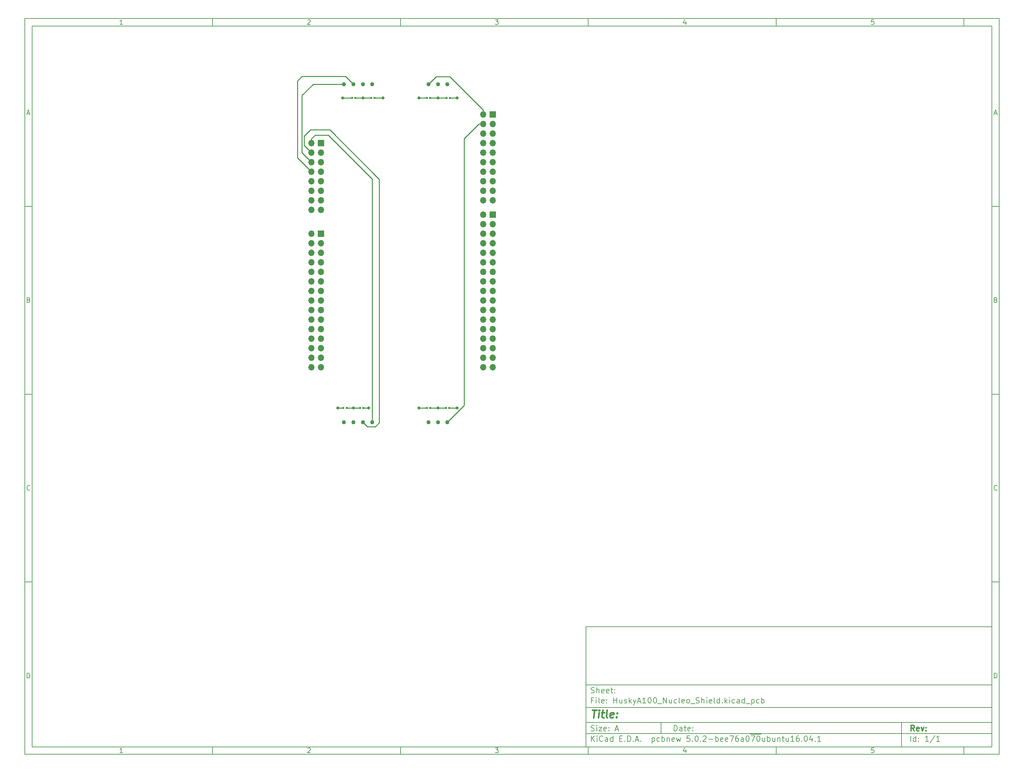
<source format=gbr>
G04 #@! TF.GenerationSoftware,KiCad,Pcbnew,5.0.2-bee76a0~70~ubuntu16.04.1*
G04 #@! TF.CreationDate,2019-01-25T11:05:23-05:00*
G04 #@! TF.ProjectId,HuskyA100_Nucleo_Shield,4875736b-7941-4313-9030-5f4e75636c65,rev?*
G04 #@! TF.SameCoordinates,Original*
G04 #@! TF.FileFunction,Copper,L1,Top*
G04 #@! TF.FilePolarity,Positive*
%FSLAX46Y46*%
G04 Gerber Fmt 4.6, Leading zero omitted, Abs format (unit mm)*
G04 Created by KiCad (PCBNEW 5.0.2-bee76a0~70~ubuntu16.04.1) date Fri 25 Jan 2019 11:05:23 AM EST*
%MOMM*%
%LPD*%
G01*
G04 APERTURE LIST*
%ADD10C,0.100000*%
%ADD11C,0.150000*%
%ADD12C,0.300000*%
%ADD13C,0.400000*%
G04 #@! TA.AperFunction,ComponentPad*
%ADD14R,1.700000X1.700000*%
G04 #@! TD*
G04 #@! TA.AperFunction,ComponentPad*
%ADD15O,1.700000X1.700000*%
G04 #@! TD*
G04 #@! TA.AperFunction,ComponentPad*
%ADD16C,1.100000*%
G04 #@! TD*
G04 #@! TA.AperFunction,SMDPad,CuDef*
%ADD17R,0.558800X0.558800*%
G04 #@! TD*
G04 #@! TA.AperFunction,ViaPad*
%ADD18C,0.800000*%
G04 #@! TD*
G04 #@! TA.AperFunction,Conductor*
%ADD19C,0.250000*%
G04 #@! TD*
G04 APERTURE END LIST*
D10*
D11*
X159400000Y-171900000D02*
X159400000Y-203900000D01*
X267400000Y-203900000D01*
X267400000Y-171900000D01*
X159400000Y-171900000D01*
D10*
D11*
X10000000Y-10000000D02*
X10000000Y-205900000D01*
X269400000Y-205900000D01*
X269400000Y-10000000D01*
X10000000Y-10000000D01*
D10*
D11*
X12000000Y-12000000D02*
X12000000Y-203900000D01*
X267400000Y-203900000D01*
X267400000Y-12000000D01*
X12000000Y-12000000D01*
D10*
D11*
X60000000Y-12000000D02*
X60000000Y-10000000D01*
D10*
D11*
X110000000Y-12000000D02*
X110000000Y-10000000D01*
D10*
D11*
X160000000Y-12000000D02*
X160000000Y-10000000D01*
D10*
D11*
X210000000Y-12000000D02*
X210000000Y-10000000D01*
D10*
D11*
X260000000Y-12000000D02*
X260000000Y-10000000D01*
D10*
D11*
X36065476Y-11588095D02*
X35322619Y-11588095D01*
X35694047Y-11588095D02*
X35694047Y-10288095D01*
X35570238Y-10473809D01*
X35446428Y-10597619D01*
X35322619Y-10659523D01*
D10*
D11*
X85322619Y-10411904D02*
X85384523Y-10350000D01*
X85508333Y-10288095D01*
X85817857Y-10288095D01*
X85941666Y-10350000D01*
X86003571Y-10411904D01*
X86065476Y-10535714D01*
X86065476Y-10659523D01*
X86003571Y-10845238D01*
X85260714Y-11588095D01*
X86065476Y-11588095D01*
D10*
D11*
X135260714Y-10288095D02*
X136065476Y-10288095D01*
X135632142Y-10783333D01*
X135817857Y-10783333D01*
X135941666Y-10845238D01*
X136003571Y-10907142D01*
X136065476Y-11030952D01*
X136065476Y-11340476D01*
X136003571Y-11464285D01*
X135941666Y-11526190D01*
X135817857Y-11588095D01*
X135446428Y-11588095D01*
X135322619Y-11526190D01*
X135260714Y-11464285D01*
D10*
D11*
X185941666Y-10721428D02*
X185941666Y-11588095D01*
X185632142Y-10226190D02*
X185322619Y-11154761D01*
X186127380Y-11154761D01*
D10*
D11*
X236003571Y-10288095D02*
X235384523Y-10288095D01*
X235322619Y-10907142D01*
X235384523Y-10845238D01*
X235508333Y-10783333D01*
X235817857Y-10783333D01*
X235941666Y-10845238D01*
X236003571Y-10907142D01*
X236065476Y-11030952D01*
X236065476Y-11340476D01*
X236003571Y-11464285D01*
X235941666Y-11526190D01*
X235817857Y-11588095D01*
X235508333Y-11588095D01*
X235384523Y-11526190D01*
X235322619Y-11464285D01*
D10*
D11*
X60000000Y-203900000D02*
X60000000Y-205900000D01*
D10*
D11*
X110000000Y-203900000D02*
X110000000Y-205900000D01*
D10*
D11*
X160000000Y-203900000D02*
X160000000Y-205900000D01*
D10*
D11*
X210000000Y-203900000D02*
X210000000Y-205900000D01*
D10*
D11*
X260000000Y-203900000D02*
X260000000Y-205900000D01*
D10*
D11*
X36065476Y-205488095D02*
X35322619Y-205488095D01*
X35694047Y-205488095D02*
X35694047Y-204188095D01*
X35570238Y-204373809D01*
X35446428Y-204497619D01*
X35322619Y-204559523D01*
D10*
D11*
X85322619Y-204311904D02*
X85384523Y-204250000D01*
X85508333Y-204188095D01*
X85817857Y-204188095D01*
X85941666Y-204250000D01*
X86003571Y-204311904D01*
X86065476Y-204435714D01*
X86065476Y-204559523D01*
X86003571Y-204745238D01*
X85260714Y-205488095D01*
X86065476Y-205488095D01*
D10*
D11*
X135260714Y-204188095D02*
X136065476Y-204188095D01*
X135632142Y-204683333D01*
X135817857Y-204683333D01*
X135941666Y-204745238D01*
X136003571Y-204807142D01*
X136065476Y-204930952D01*
X136065476Y-205240476D01*
X136003571Y-205364285D01*
X135941666Y-205426190D01*
X135817857Y-205488095D01*
X135446428Y-205488095D01*
X135322619Y-205426190D01*
X135260714Y-205364285D01*
D10*
D11*
X185941666Y-204621428D02*
X185941666Y-205488095D01*
X185632142Y-204126190D02*
X185322619Y-205054761D01*
X186127380Y-205054761D01*
D10*
D11*
X236003571Y-204188095D02*
X235384523Y-204188095D01*
X235322619Y-204807142D01*
X235384523Y-204745238D01*
X235508333Y-204683333D01*
X235817857Y-204683333D01*
X235941666Y-204745238D01*
X236003571Y-204807142D01*
X236065476Y-204930952D01*
X236065476Y-205240476D01*
X236003571Y-205364285D01*
X235941666Y-205426190D01*
X235817857Y-205488095D01*
X235508333Y-205488095D01*
X235384523Y-205426190D01*
X235322619Y-205364285D01*
D10*
D11*
X10000000Y-60000000D02*
X12000000Y-60000000D01*
D10*
D11*
X10000000Y-110000000D02*
X12000000Y-110000000D01*
D10*
D11*
X10000000Y-160000000D02*
X12000000Y-160000000D01*
D10*
D11*
X10690476Y-35216666D02*
X11309523Y-35216666D01*
X10566666Y-35588095D02*
X11000000Y-34288095D01*
X11433333Y-35588095D01*
D10*
D11*
X11092857Y-84907142D02*
X11278571Y-84969047D01*
X11340476Y-85030952D01*
X11402380Y-85154761D01*
X11402380Y-85340476D01*
X11340476Y-85464285D01*
X11278571Y-85526190D01*
X11154761Y-85588095D01*
X10659523Y-85588095D01*
X10659523Y-84288095D01*
X11092857Y-84288095D01*
X11216666Y-84350000D01*
X11278571Y-84411904D01*
X11340476Y-84535714D01*
X11340476Y-84659523D01*
X11278571Y-84783333D01*
X11216666Y-84845238D01*
X11092857Y-84907142D01*
X10659523Y-84907142D01*
D10*
D11*
X11402380Y-135464285D02*
X11340476Y-135526190D01*
X11154761Y-135588095D01*
X11030952Y-135588095D01*
X10845238Y-135526190D01*
X10721428Y-135402380D01*
X10659523Y-135278571D01*
X10597619Y-135030952D01*
X10597619Y-134845238D01*
X10659523Y-134597619D01*
X10721428Y-134473809D01*
X10845238Y-134350000D01*
X11030952Y-134288095D01*
X11154761Y-134288095D01*
X11340476Y-134350000D01*
X11402380Y-134411904D01*
D10*
D11*
X10659523Y-185588095D02*
X10659523Y-184288095D01*
X10969047Y-184288095D01*
X11154761Y-184350000D01*
X11278571Y-184473809D01*
X11340476Y-184597619D01*
X11402380Y-184845238D01*
X11402380Y-185030952D01*
X11340476Y-185278571D01*
X11278571Y-185402380D01*
X11154761Y-185526190D01*
X10969047Y-185588095D01*
X10659523Y-185588095D01*
D10*
D11*
X269400000Y-60000000D02*
X267400000Y-60000000D01*
D10*
D11*
X269400000Y-110000000D02*
X267400000Y-110000000D01*
D10*
D11*
X269400000Y-160000000D02*
X267400000Y-160000000D01*
D10*
D11*
X268090476Y-35216666D02*
X268709523Y-35216666D01*
X267966666Y-35588095D02*
X268400000Y-34288095D01*
X268833333Y-35588095D01*
D10*
D11*
X268492857Y-84907142D02*
X268678571Y-84969047D01*
X268740476Y-85030952D01*
X268802380Y-85154761D01*
X268802380Y-85340476D01*
X268740476Y-85464285D01*
X268678571Y-85526190D01*
X268554761Y-85588095D01*
X268059523Y-85588095D01*
X268059523Y-84288095D01*
X268492857Y-84288095D01*
X268616666Y-84350000D01*
X268678571Y-84411904D01*
X268740476Y-84535714D01*
X268740476Y-84659523D01*
X268678571Y-84783333D01*
X268616666Y-84845238D01*
X268492857Y-84907142D01*
X268059523Y-84907142D01*
D10*
D11*
X268802380Y-135464285D02*
X268740476Y-135526190D01*
X268554761Y-135588095D01*
X268430952Y-135588095D01*
X268245238Y-135526190D01*
X268121428Y-135402380D01*
X268059523Y-135278571D01*
X267997619Y-135030952D01*
X267997619Y-134845238D01*
X268059523Y-134597619D01*
X268121428Y-134473809D01*
X268245238Y-134350000D01*
X268430952Y-134288095D01*
X268554761Y-134288095D01*
X268740476Y-134350000D01*
X268802380Y-134411904D01*
D10*
D11*
X268059523Y-185588095D02*
X268059523Y-184288095D01*
X268369047Y-184288095D01*
X268554761Y-184350000D01*
X268678571Y-184473809D01*
X268740476Y-184597619D01*
X268802380Y-184845238D01*
X268802380Y-185030952D01*
X268740476Y-185278571D01*
X268678571Y-185402380D01*
X268554761Y-185526190D01*
X268369047Y-185588095D01*
X268059523Y-185588095D01*
D10*
D11*
X182832142Y-199678571D02*
X182832142Y-198178571D01*
X183189285Y-198178571D01*
X183403571Y-198250000D01*
X183546428Y-198392857D01*
X183617857Y-198535714D01*
X183689285Y-198821428D01*
X183689285Y-199035714D01*
X183617857Y-199321428D01*
X183546428Y-199464285D01*
X183403571Y-199607142D01*
X183189285Y-199678571D01*
X182832142Y-199678571D01*
X184975000Y-199678571D02*
X184975000Y-198892857D01*
X184903571Y-198750000D01*
X184760714Y-198678571D01*
X184475000Y-198678571D01*
X184332142Y-198750000D01*
X184975000Y-199607142D02*
X184832142Y-199678571D01*
X184475000Y-199678571D01*
X184332142Y-199607142D01*
X184260714Y-199464285D01*
X184260714Y-199321428D01*
X184332142Y-199178571D01*
X184475000Y-199107142D01*
X184832142Y-199107142D01*
X184975000Y-199035714D01*
X185475000Y-198678571D02*
X186046428Y-198678571D01*
X185689285Y-198178571D02*
X185689285Y-199464285D01*
X185760714Y-199607142D01*
X185903571Y-199678571D01*
X186046428Y-199678571D01*
X187117857Y-199607142D02*
X186975000Y-199678571D01*
X186689285Y-199678571D01*
X186546428Y-199607142D01*
X186475000Y-199464285D01*
X186475000Y-198892857D01*
X186546428Y-198750000D01*
X186689285Y-198678571D01*
X186975000Y-198678571D01*
X187117857Y-198750000D01*
X187189285Y-198892857D01*
X187189285Y-199035714D01*
X186475000Y-199178571D01*
X187832142Y-199535714D02*
X187903571Y-199607142D01*
X187832142Y-199678571D01*
X187760714Y-199607142D01*
X187832142Y-199535714D01*
X187832142Y-199678571D01*
X187832142Y-198750000D02*
X187903571Y-198821428D01*
X187832142Y-198892857D01*
X187760714Y-198821428D01*
X187832142Y-198750000D01*
X187832142Y-198892857D01*
D10*
D11*
X159400000Y-200400000D02*
X267400000Y-200400000D01*
D10*
D11*
X160832142Y-202478571D02*
X160832142Y-200978571D01*
X161689285Y-202478571D02*
X161046428Y-201621428D01*
X161689285Y-200978571D02*
X160832142Y-201835714D01*
X162332142Y-202478571D02*
X162332142Y-201478571D01*
X162332142Y-200978571D02*
X162260714Y-201050000D01*
X162332142Y-201121428D01*
X162403571Y-201050000D01*
X162332142Y-200978571D01*
X162332142Y-201121428D01*
X163903571Y-202335714D02*
X163832142Y-202407142D01*
X163617857Y-202478571D01*
X163475000Y-202478571D01*
X163260714Y-202407142D01*
X163117857Y-202264285D01*
X163046428Y-202121428D01*
X162975000Y-201835714D01*
X162975000Y-201621428D01*
X163046428Y-201335714D01*
X163117857Y-201192857D01*
X163260714Y-201050000D01*
X163475000Y-200978571D01*
X163617857Y-200978571D01*
X163832142Y-201050000D01*
X163903571Y-201121428D01*
X165189285Y-202478571D02*
X165189285Y-201692857D01*
X165117857Y-201550000D01*
X164975000Y-201478571D01*
X164689285Y-201478571D01*
X164546428Y-201550000D01*
X165189285Y-202407142D02*
X165046428Y-202478571D01*
X164689285Y-202478571D01*
X164546428Y-202407142D01*
X164475000Y-202264285D01*
X164475000Y-202121428D01*
X164546428Y-201978571D01*
X164689285Y-201907142D01*
X165046428Y-201907142D01*
X165189285Y-201835714D01*
X166546428Y-202478571D02*
X166546428Y-200978571D01*
X166546428Y-202407142D02*
X166403571Y-202478571D01*
X166117857Y-202478571D01*
X165975000Y-202407142D01*
X165903571Y-202335714D01*
X165832142Y-202192857D01*
X165832142Y-201764285D01*
X165903571Y-201621428D01*
X165975000Y-201550000D01*
X166117857Y-201478571D01*
X166403571Y-201478571D01*
X166546428Y-201550000D01*
X168403571Y-201692857D02*
X168903571Y-201692857D01*
X169117857Y-202478571D02*
X168403571Y-202478571D01*
X168403571Y-200978571D01*
X169117857Y-200978571D01*
X169760714Y-202335714D02*
X169832142Y-202407142D01*
X169760714Y-202478571D01*
X169689285Y-202407142D01*
X169760714Y-202335714D01*
X169760714Y-202478571D01*
X170475000Y-202478571D02*
X170475000Y-200978571D01*
X170832142Y-200978571D01*
X171046428Y-201050000D01*
X171189285Y-201192857D01*
X171260714Y-201335714D01*
X171332142Y-201621428D01*
X171332142Y-201835714D01*
X171260714Y-202121428D01*
X171189285Y-202264285D01*
X171046428Y-202407142D01*
X170832142Y-202478571D01*
X170475000Y-202478571D01*
X171975000Y-202335714D02*
X172046428Y-202407142D01*
X171975000Y-202478571D01*
X171903571Y-202407142D01*
X171975000Y-202335714D01*
X171975000Y-202478571D01*
X172617857Y-202050000D02*
X173332142Y-202050000D01*
X172475000Y-202478571D02*
X172975000Y-200978571D01*
X173475000Y-202478571D01*
X173975000Y-202335714D02*
X174046428Y-202407142D01*
X173975000Y-202478571D01*
X173903571Y-202407142D01*
X173975000Y-202335714D01*
X173975000Y-202478571D01*
X176975000Y-201478571D02*
X176975000Y-202978571D01*
X176975000Y-201550000D02*
X177117857Y-201478571D01*
X177403571Y-201478571D01*
X177546428Y-201550000D01*
X177617857Y-201621428D01*
X177689285Y-201764285D01*
X177689285Y-202192857D01*
X177617857Y-202335714D01*
X177546428Y-202407142D01*
X177403571Y-202478571D01*
X177117857Y-202478571D01*
X176975000Y-202407142D01*
X178975000Y-202407142D02*
X178832142Y-202478571D01*
X178546428Y-202478571D01*
X178403571Y-202407142D01*
X178332142Y-202335714D01*
X178260714Y-202192857D01*
X178260714Y-201764285D01*
X178332142Y-201621428D01*
X178403571Y-201550000D01*
X178546428Y-201478571D01*
X178832142Y-201478571D01*
X178975000Y-201550000D01*
X179617857Y-202478571D02*
X179617857Y-200978571D01*
X179617857Y-201550000D02*
X179760714Y-201478571D01*
X180046428Y-201478571D01*
X180189285Y-201550000D01*
X180260714Y-201621428D01*
X180332142Y-201764285D01*
X180332142Y-202192857D01*
X180260714Y-202335714D01*
X180189285Y-202407142D01*
X180046428Y-202478571D01*
X179760714Y-202478571D01*
X179617857Y-202407142D01*
X180975000Y-201478571D02*
X180975000Y-202478571D01*
X180975000Y-201621428D02*
X181046428Y-201550000D01*
X181189285Y-201478571D01*
X181403571Y-201478571D01*
X181546428Y-201550000D01*
X181617857Y-201692857D01*
X181617857Y-202478571D01*
X182903571Y-202407142D02*
X182760714Y-202478571D01*
X182475000Y-202478571D01*
X182332142Y-202407142D01*
X182260714Y-202264285D01*
X182260714Y-201692857D01*
X182332142Y-201550000D01*
X182475000Y-201478571D01*
X182760714Y-201478571D01*
X182903571Y-201550000D01*
X182975000Y-201692857D01*
X182975000Y-201835714D01*
X182260714Y-201978571D01*
X183475000Y-201478571D02*
X183760714Y-202478571D01*
X184046428Y-201764285D01*
X184332142Y-202478571D01*
X184617857Y-201478571D01*
X187046428Y-200978571D02*
X186332142Y-200978571D01*
X186260714Y-201692857D01*
X186332142Y-201621428D01*
X186475000Y-201550000D01*
X186832142Y-201550000D01*
X186975000Y-201621428D01*
X187046428Y-201692857D01*
X187117857Y-201835714D01*
X187117857Y-202192857D01*
X187046428Y-202335714D01*
X186975000Y-202407142D01*
X186832142Y-202478571D01*
X186475000Y-202478571D01*
X186332142Y-202407142D01*
X186260714Y-202335714D01*
X187760714Y-202335714D02*
X187832142Y-202407142D01*
X187760714Y-202478571D01*
X187689285Y-202407142D01*
X187760714Y-202335714D01*
X187760714Y-202478571D01*
X188760714Y-200978571D02*
X188903571Y-200978571D01*
X189046428Y-201050000D01*
X189117857Y-201121428D01*
X189189285Y-201264285D01*
X189260714Y-201550000D01*
X189260714Y-201907142D01*
X189189285Y-202192857D01*
X189117857Y-202335714D01*
X189046428Y-202407142D01*
X188903571Y-202478571D01*
X188760714Y-202478571D01*
X188617857Y-202407142D01*
X188546428Y-202335714D01*
X188475000Y-202192857D01*
X188403571Y-201907142D01*
X188403571Y-201550000D01*
X188475000Y-201264285D01*
X188546428Y-201121428D01*
X188617857Y-201050000D01*
X188760714Y-200978571D01*
X189903571Y-202335714D02*
X189975000Y-202407142D01*
X189903571Y-202478571D01*
X189832142Y-202407142D01*
X189903571Y-202335714D01*
X189903571Y-202478571D01*
X190546428Y-201121428D02*
X190617857Y-201050000D01*
X190760714Y-200978571D01*
X191117857Y-200978571D01*
X191260714Y-201050000D01*
X191332142Y-201121428D01*
X191403571Y-201264285D01*
X191403571Y-201407142D01*
X191332142Y-201621428D01*
X190475000Y-202478571D01*
X191403571Y-202478571D01*
X192046428Y-201907142D02*
X193189285Y-201907142D01*
X193903571Y-202478571D02*
X193903571Y-200978571D01*
X193903571Y-201550000D02*
X194046428Y-201478571D01*
X194332142Y-201478571D01*
X194475000Y-201550000D01*
X194546428Y-201621428D01*
X194617857Y-201764285D01*
X194617857Y-202192857D01*
X194546428Y-202335714D01*
X194475000Y-202407142D01*
X194332142Y-202478571D01*
X194046428Y-202478571D01*
X193903571Y-202407142D01*
X195832142Y-202407142D02*
X195689285Y-202478571D01*
X195403571Y-202478571D01*
X195260714Y-202407142D01*
X195189285Y-202264285D01*
X195189285Y-201692857D01*
X195260714Y-201550000D01*
X195403571Y-201478571D01*
X195689285Y-201478571D01*
X195832142Y-201550000D01*
X195903571Y-201692857D01*
X195903571Y-201835714D01*
X195189285Y-201978571D01*
X197117857Y-202407142D02*
X196975000Y-202478571D01*
X196689285Y-202478571D01*
X196546428Y-202407142D01*
X196475000Y-202264285D01*
X196475000Y-201692857D01*
X196546428Y-201550000D01*
X196689285Y-201478571D01*
X196975000Y-201478571D01*
X197117857Y-201550000D01*
X197189285Y-201692857D01*
X197189285Y-201835714D01*
X196475000Y-201978571D01*
X197689285Y-200978571D02*
X198689285Y-200978571D01*
X198046428Y-202478571D01*
X199903571Y-200978571D02*
X199617857Y-200978571D01*
X199475000Y-201050000D01*
X199403571Y-201121428D01*
X199260714Y-201335714D01*
X199189285Y-201621428D01*
X199189285Y-202192857D01*
X199260714Y-202335714D01*
X199332142Y-202407142D01*
X199475000Y-202478571D01*
X199760714Y-202478571D01*
X199903571Y-202407142D01*
X199975000Y-202335714D01*
X200046428Y-202192857D01*
X200046428Y-201835714D01*
X199975000Y-201692857D01*
X199903571Y-201621428D01*
X199760714Y-201550000D01*
X199475000Y-201550000D01*
X199332142Y-201621428D01*
X199260714Y-201692857D01*
X199189285Y-201835714D01*
X201332142Y-202478571D02*
X201332142Y-201692857D01*
X201260714Y-201550000D01*
X201117857Y-201478571D01*
X200832142Y-201478571D01*
X200689285Y-201550000D01*
X201332142Y-202407142D02*
X201189285Y-202478571D01*
X200832142Y-202478571D01*
X200689285Y-202407142D01*
X200617857Y-202264285D01*
X200617857Y-202121428D01*
X200689285Y-201978571D01*
X200832142Y-201907142D01*
X201189285Y-201907142D01*
X201332142Y-201835714D01*
X202332142Y-200978571D02*
X202475000Y-200978571D01*
X202617857Y-201050000D01*
X202689285Y-201121428D01*
X202760714Y-201264285D01*
X202832142Y-201550000D01*
X202832142Y-201907142D01*
X202760714Y-202192857D01*
X202689285Y-202335714D01*
X202617857Y-202407142D01*
X202475000Y-202478571D01*
X202332142Y-202478571D01*
X202189285Y-202407142D01*
X202117857Y-202335714D01*
X202046428Y-202192857D01*
X201975000Y-201907142D01*
X201975000Y-201550000D01*
X202046428Y-201264285D01*
X202117857Y-201121428D01*
X202189285Y-201050000D01*
X202332142Y-200978571D01*
X203117857Y-200570000D02*
X204546428Y-200570000D01*
X203332142Y-200978571D02*
X204332142Y-200978571D01*
X203689285Y-202478571D01*
X204546428Y-200570000D02*
X205975000Y-200570000D01*
X205189285Y-200978571D02*
X205332142Y-200978571D01*
X205475000Y-201050000D01*
X205546428Y-201121428D01*
X205617857Y-201264285D01*
X205689285Y-201550000D01*
X205689285Y-201907142D01*
X205617857Y-202192857D01*
X205546428Y-202335714D01*
X205475000Y-202407142D01*
X205332142Y-202478571D01*
X205189285Y-202478571D01*
X205046428Y-202407142D01*
X204975000Y-202335714D01*
X204903571Y-202192857D01*
X204832142Y-201907142D01*
X204832142Y-201550000D01*
X204903571Y-201264285D01*
X204975000Y-201121428D01*
X205046428Y-201050000D01*
X205189285Y-200978571D01*
X206975000Y-201478571D02*
X206975000Y-202478571D01*
X206332142Y-201478571D02*
X206332142Y-202264285D01*
X206403571Y-202407142D01*
X206546428Y-202478571D01*
X206760714Y-202478571D01*
X206903571Y-202407142D01*
X206975000Y-202335714D01*
X207689285Y-202478571D02*
X207689285Y-200978571D01*
X207689285Y-201550000D02*
X207832142Y-201478571D01*
X208117857Y-201478571D01*
X208260714Y-201550000D01*
X208332142Y-201621428D01*
X208403571Y-201764285D01*
X208403571Y-202192857D01*
X208332142Y-202335714D01*
X208260714Y-202407142D01*
X208117857Y-202478571D01*
X207832142Y-202478571D01*
X207689285Y-202407142D01*
X209689285Y-201478571D02*
X209689285Y-202478571D01*
X209046428Y-201478571D02*
X209046428Y-202264285D01*
X209117857Y-202407142D01*
X209260714Y-202478571D01*
X209475000Y-202478571D01*
X209617857Y-202407142D01*
X209689285Y-202335714D01*
X210403571Y-201478571D02*
X210403571Y-202478571D01*
X210403571Y-201621428D02*
X210475000Y-201550000D01*
X210617857Y-201478571D01*
X210832142Y-201478571D01*
X210975000Y-201550000D01*
X211046428Y-201692857D01*
X211046428Y-202478571D01*
X211546428Y-201478571D02*
X212117857Y-201478571D01*
X211760714Y-200978571D02*
X211760714Y-202264285D01*
X211832142Y-202407142D01*
X211975000Y-202478571D01*
X212117857Y-202478571D01*
X213260714Y-201478571D02*
X213260714Y-202478571D01*
X212617857Y-201478571D02*
X212617857Y-202264285D01*
X212689285Y-202407142D01*
X212832142Y-202478571D01*
X213046428Y-202478571D01*
X213189285Y-202407142D01*
X213260714Y-202335714D01*
X214760714Y-202478571D02*
X213903571Y-202478571D01*
X214332142Y-202478571D02*
X214332142Y-200978571D01*
X214189285Y-201192857D01*
X214046428Y-201335714D01*
X213903571Y-201407142D01*
X216046428Y-200978571D02*
X215760714Y-200978571D01*
X215617857Y-201050000D01*
X215546428Y-201121428D01*
X215403571Y-201335714D01*
X215332142Y-201621428D01*
X215332142Y-202192857D01*
X215403571Y-202335714D01*
X215475000Y-202407142D01*
X215617857Y-202478571D01*
X215903571Y-202478571D01*
X216046428Y-202407142D01*
X216117857Y-202335714D01*
X216189285Y-202192857D01*
X216189285Y-201835714D01*
X216117857Y-201692857D01*
X216046428Y-201621428D01*
X215903571Y-201550000D01*
X215617857Y-201550000D01*
X215475000Y-201621428D01*
X215403571Y-201692857D01*
X215332142Y-201835714D01*
X216832142Y-202335714D02*
X216903571Y-202407142D01*
X216832142Y-202478571D01*
X216760714Y-202407142D01*
X216832142Y-202335714D01*
X216832142Y-202478571D01*
X217832142Y-200978571D02*
X217975000Y-200978571D01*
X218117857Y-201050000D01*
X218189285Y-201121428D01*
X218260714Y-201264285D01*
X218332142Y-201550000D01*
X218332142Y-201907142D01*
X218260714Y-202192857D01*
X218189285Y-202335714D01*
X218117857Y-202407142D01*
X217975000Y-202478571D01*
X217832142Y-202478571D01*
X217689285Y-202407142D01*
X217617857Y-202335714D01*
X217546428Y-202192857D01*
X217475000Y-201907142D01*
X217475000Y-201550000D01*
X217546428Y-201264285D01*
X217617857Y-201121428D01*
X217689285Y-201050000D01*
X217832142Y-200978571D01*
X219617857Y-201478571D02*
X219617857Y-202478571D01*
X219260714Y-200907142D02*
X218903571Y-201978571D01*
X219832142Y-201978571D01*
X220403571Y-202335714D02*
X220474999Y-202407142D01*
X220403571Y-202478571D01*
X220332142Y-202407142D01*
X220403571Y-202335714D01*
X220403571Y-202478571D01*
X221903571Y-202478571D02*
X221046428Y-202478571D01*
X221475000Y-202478571D02*
X221475000Y-200978571D01*
X221332142Y-201192857D01*
X221189285Y-201335714D01*
X221046428Y-201407142D01*
D10*
D11*
X159400000Y-197400000D02*
X267400000Y-197400000D01*
D10*
D12*
X246809285Y-199678571D02*
X246309285Y-198964285D01*
X245952142Y-199678571D02*
X245952142Y-198178571D01*
X246523571Y-198178571D01*
X246666428Y-198250000D01*
X246737857Y-198321428D01*
X246809285Y-198464285D01*
X246809285Y-198678571D01*
X246737857Y-198821428D01*
X246666428Y-198892857D01*
X246523571Y-198964285D01*
X245952142Y-198964285D01*
X248023571Y-199607142D02*
X247880714Y-199678571D01*
X247595000Y-199678571D01*
X247452142Y-199607142D01*
X247380714Y-199464285D01*
X247380714Y-198892857D01*
X247452142Y-198750000D01*
X247595000Y-198678571D01*
X247880714Y-198678571D01*
X248023571Y-198750000D01*
X248095000Y-198892857D01*
X248095000Y-199035714D01*
X247380714Y-199178571D01*
X248595000Y-198678571D02*
X248952142Y-199678571D01*
X249309285Y-198678571D01*
X249880714Y-199535714D02*
X249952142Y-199607142D01*
X249880714Y-199678571D01*
X249809285Y-199607142D01*
X249880714Y-199535714D01*
X249880714Y-199678571D01*
X249880714Y-198750000D02*
X249952142Y-198821428D01*
X249880714Y-198892857D01*
X249809285Y-198821428D01*
X249880714Y-198750000D01*
X249880714Y-198892857D01*
D10*
D11*
X160760714Y-199607142D02*
X160975000Y-199678571D01*
X161332142Y-199678571D01*
X161475000Y-199607142D01*
X161546428Y-199535714D01*
X161617857Y-199392857D01*
X161617857Y-199250000D01*
X161546428Y-199107142D01*
X161475000Y-199035714D01*
X161332142Y-198964285D01*
X161046428Y-198892857D01*
X160903571Y-198821428D01*
X160832142Y-198750000D01*
X160760714Y-198607142D01*
X160760714Y-198464285D01*
X160832142Y-198321428D01*
X160903571Y-198250000D01*
X161046428Y-198178571D01*
X161403571Y-198178571D01*
X161617857Y-198250000D01*
X162260714Y-199678571D02*
X162260714Y-198678571D01*
X162260714Y-198178571D02*
X162189285Y-198250000D01*
X162260714Y-198321428D01*
X162332142Y-198250000D01*
X162260714Y-198178571D01*
X162260714Y-198321428D01*
X162832142Y-198678571D02*
X163617857Y-198678571D01*
X162832142Y-199678571D01*
X163617857Y-199678571D01*
X164760714Y-199607142D02*
X164617857Y-199678571D01*
X164332142Y-199678571D01*
X164189285Y-199607142D01*
X164117857Y-199464285D01*
X164117857Y-198892857D01*
X164189285Y-198750000D01*
X164332142Y-198678571D01*
X164617857Y-198678571D01*
X164760714Y-198750000D01*
X164832142Y-198892857D01*
X164832142Y-199035714D01*
X164117857Y-199178571D01*
X165475000Y-199535714D02*
X165546428Y-199607142D01*
X165475000Y-199678571D01*
X165403571Y-199607142D01*
X165475000Y-199535714D01*
X165475000Y-199678571D01*
X165475000Y-198750000D02*
X165546428Y-198821428D01*
X165475000Y-198892857D01*
X165403571Y-198821428D01*
X165475000Y-198750000D01*
X165475000Y-198892857D01*
X167260714Y-199250000D02*
X167975000Y-199250000D01*
X167117857Y-199678571D02*
X167617857Y-198178571D01*
X168117857Y-199678571D01*
D10*
D11*
X245832142Y-202478571D02*
X245832142Y-200978571D01*
X247189285Y-202478571D02*
X247189285Y-200978571D01*
X247189285Y-202407142D02*
X247046428Y-202478571D01*
X246760714Y-202478571D01*
X246617857Y-202407142D01*
X246546428Y-202335714D01*
X246475000Y-202192857D01*
X246475000Y-201764285D01*
X246546428Y-201621428D01*
X246617857Y-201550000D01*
X246760714Y-201478571D01*
X247046428Y-201478571D01*
X247189285Y-201550000D01*
X247903571Y-202335714D02*
X247975000Y-202407142D01*
X247903571Y-202478571D01*
X247832142Y-202407142D01*
X247903571Y-202335714D01*
X247903571Y-202478571D01*
X247903571Y-201550000D02*
X247975000Y-201621428D01*
X247903571Y-201692857D01*
X247832142Y-201621428D01*
X247903571Y-201550000D01*
X247903571Y-201692857D01*
X250546428Y-202478571D02*
X249689285Y-202478571D01*
X250117857Y-202478571D02*
X250117857Y-200978571D01*
X249975000Y-201192857D01*
X249832142Y-201335714D01*
X249689285Y-201407142D01*
X252260714Y-200907142D02*
X250975000Y-202835714D01*
X253546428Y-202478571D02*
X252689285Y-202478571D01*
X253117857Y-202478571D02*
X253117857Y-200978571D01*
X252975000Y-201192857D01*
X252832142Y-201335714D01*
X252689285Y-201407142D01*
D10*
D11*
X159400000Y-193400000D02*
X267400000Y-193400000D01*
D10*
D13*
X161112380Y-194104761D02*
X162255238Y-194104761D01*
X161433809Y-196104761D02*
X161683809Y-194104761D01*
X162671904Y-196104761D02*
X162838571Y-194771428D01*
X162921904Y-194104761D02*
X162814761Y-194200000D01*
X162898095Y-194295238D01*
X163005238Y-194200000D01*
X162921904Y-194104761D01*
X162898095Y-194295238D01*
X163505238Y-194771428D02*
X164267142Y-194771428D01*
X163874285Y-194104761D02*
X163660000Y-195819047D01*
X163731428Y-196009523D01*
X163910000Y-196104761D01*
X164100476Y-196104761D01*
X165052857Y-196104761D02*
X164874285Y-196009523D01*
X164802857Y-195819047D01*
X165017142Y-194104761D01*
X166588571Y-196009523D02*
X166386190Y-196104761D01*
X166005238Y-196104761D01*
X165826666Y-196009523D01*
X165755238Y-195819047D01*
X165850476Y-195057142D01*
X165969523Y-194866666D01*
X166171904Y-194771428D01*
X166552857Y-194771428D01*
X166731428Y-194866666D01*
X166802857Y-195057142D01*
X166779047Y-195247619D01*
X165802857Y-195438095D01*
X167552857Y-195914285D02*
X167636190Y-196009523D01*
X167529047Y-196104761D01*
X167445714Y-196009523D01*
X167552857Y-195914285D01*
X167529047Y-196104761D01*
X167683809Y-194866666D02*
X167767142Y-194961904D01*
X167660000Y-195057142D01*
X167576666Y-194961904D01*
X167683809Y-194866666D01*
X167660000Y-195057142D01*
D10*
D11*
X161332142Y-191492857D02*
X160832142Y-191492857D01*
X160832142Y-192278571D02*
X160832142Y-190778571D01*
X161546428Y-190778571D01*
X162117857Y-192278571D02*
X162117857Y-191278571D01*
X162117857Y-190778571D02*
X162046428Y-190850000D01*
X162117857Y-190921428D01*
X162189285Y-190850000D01*
X162117857Y-190778571D01*
X162117857Y-190921428D01*
X163046428Y-192278571D02*
X162903571Y-192207142D01*
X162832142Y-192064285D01*
X162832142Y-190778571D01*
X164189285Y-192207142D02*
X164046428Y-192278571D01*
X163760714Y-192278571D01*
X163617857Y-192207142D01*
X163546428Y-192064285D01*
X163546428Y-191492857D01*
X163617857Y-191350000D01*
X163760714Y-191278571D01*
X164046428Y-191278571D01*
X164189285Y-191350000D01*
X164260714Y-191492857D01*
X164260714Y-191635714D01*
X163546428Y-191778571D01*
X164903571Y-192135714D02*
X164975000Y-192207142D01*
X164903571Y-192278571D01*
X164832142Y-192207142D01*
X164903571Y-192135714D01*
X164903571Y-192278571D01*
X164903571Y-191350000D02*
X164975000Y-191421428D01*
X164903571Y-191492857D01*
X164832142Y-191421428D01*
X164903571Y-191350000D01*
X164903571Y-191492857D01*
X166760714Y-192278571D02*
X166760714Y-190778571D01*
X166760714Y-191492857D02*
X167617857Y-191492857D01*
X167617857Y-192278571D02*
X167617857Y-190778571D01*
X168975000Y-191278571D02*
X168975000Y-192278571D01*
X168332142Y-191278571D02*
X168332142Y-192064285D01*
X168403571Y-192207142D01*
X168546428Y-192278571D01*
X168760714Y-192278571D01*
X168903571Y-192207142D01*
X168975000Y-192135714D01*
X169617857Y-192207142D02*
X169760714Y-192278571D01*
X170046428Y-192278571D01*
X170189285Y-192207142D01*
X170260714Y-192064285D01*
X170260714Y-191992857D01*
X170189285Y-191850000D01*
X170046428Y-191778571D01*
X169832142Y-191778571D01*
X169689285Y-191707142D01*
X169617857Y-191564285D01*
X169617857Y-191492857D01*
X169689285Y-191350000D01*
X169832142Y-191278571D01*
X170046428Y-191278571D01*
X170189285Y-191350000D01*
X170903571Y-192278571D02*
X170903571Y-190778571D01*
X171046428Y-191707142D02*
X171475000Y-192278571D01*
X171475000Y-191278571D02*
X170903571Y-191850000D01*
X171975000Y-191278571D02*
X172332142Y-192278571D01*
X172689285Y-191278571D02*
X172332142Y-192278571D01*
X172189285Y-192635714D01*
X172117857Y-192707142D01*
X171975000Y-192778571D01*
X173189285Y-191850000D02*
X173903571Y-191850000D01*
X173046428Y-192278571D02*
X173546428Y-190778571D01*
X174046428Y-192278571D01*
X175332142Y-192278571D02*
X174475000Y-192278571D01*
X174903571Y-192278571D02*
X174903571Y-190778571D01*
X174760714Y-190992857D01*
X174617857Y-191135714D01*
X174475000Y-191207142D01*
X176260714Y-190778571D02*
X176403571Y-190778571D01*
X176546428Y-190850000D01*
X176617857Y-190921428D01*
X176689285Y-191064285D01*
X176760714Y-191350000D01*
X176760714Y-191707142D01*
X176689285Y-191992857D01*
X176617857Y-192135714D01*
X176546428Y-192207142D01*
X176403571Y-192278571D01*
X176260714Y-192278571D01*
X176117857Y-192207142D01*
X176046428Y-192135714D01*
X175975000Y-191992857D01*
X175903571Y-191707142D01*
X175903571Y-191350000D01*
X175975000Y-191064285D01*
X176046428Y-190921428D01*
X176117857Y-190850000D01*
X176260714Y-190778571D01*
X177689285Y-190778571D02*
X177832142Y-190778571D01*
X177975000Y-190850000D01*
X178046428Y-190921428D01*
X178117857Y-191064285D01*
X178189285Y-191350000D01*
X178189285Y-191707142D01*
X178117857Y-191992857D01*
X178046428Y-192135714D01*
X177975000Y-192207142D01*
X177832142Y-192278571D01*
X177689285Y-192278571D01*
X177546428Y-192207142D01*
X177475000Y-192135714D01*
X177403571Y-191992857D01*
X177332142Y-191707142D01*
X177332142Y-191350000D01*
X177403571Y-191064285D01*
X177475000Y-190921428D01*
X177546428Y-190850000D01*
X177689285Y-190778571D01*
X178475000Y-192421428D02*
X179617857Y-192421428D01*
X179975000Y-192278571D02*
X179975000Y-190778571D01*
X180832142Y-192278571D01*
X180832142Y-190778571D01*
X182189285Y-191278571D02*
X182189285Y-192278571D01*
X181546428Y-191278571D02*
X181546428Y-192064285D01*
X181617857Y-192207142D01*
X181760714Y-192278571D01*
X181975000Y-192278571D01*
X182117857Y-192207142D01*
X182189285Y-192135714D01*
X183546428Y-192207142D02*
X183403571Y-192278571D01*
X183117857Y-192278571D01*
X182975000Y-192207142D01*
X182903571Y-192135714D01*
X182832142Y-191992857D01*
X182832142Y-191564285D01*
X182903571Y-191421428D01*
X182975000Y-191350000D01*
X183117857Y-191278571D01*
X183403571Y-191278571D01*
X183546428Y-191350000D01*
X184403571Y-192278571D02*
X184260714Y-192207142D01*
X184189285Y-192064285D01*
X184189285Y-190778571D01*
X185546428Y-192207142D02*
X185403571Y-192278571D01*
X185117857Y-192278571D01*
X184975000Y-192207142D01*
X184903571Y-192064285D01*
X184903571Y-191492857D01*
X184975000Y-191350000D01*
X185117857Y-191278571D01*
X185403571Y-191278571D01*
X185546428Y-191350000D01*
X185617857Y-191492857D01*
X185617857Y-191635714D01*
X184903571Y-191778571D01*
X186475000Y-192278571D02*
X186332142Y-192207142D01*
X186260714Y-192135714D01*
X186189285Y-191992857D01*
X186189285Y-191564285D01*
X186260714Y-191421428D01*
X186332142Y-191350000D01*
X186475000Y-191278571D01*
X186689285Y-191278571D01*
X186832142Y-191350000D01*
X186903571Y-191421428D01*
X186975000Y-191564285D01*
X186975000Y-191992857D01*
X186903571Y-192135714D01*
X186832142Y-192207142D01*
X186689285Y-192278571D01*
X186475000Y-192278571D01*
X187260714Y-192421428D02*
X188403571Y-192421428D01*
X188689285Y-192207142D02*
X188903571Y-192278571D01*
X189260714Y-192278571D01*
X189403571Y-192207142D01*
X189475000Y-192135714D01*
X189546428Y-191992857D01*
X189546428Y-191850000D01*
X189475000Y-191707142D01*
X189403571Y-191635714D01*
X189260714Y-191564285D01*
X188975000Y-191492857D01*
X188832142Y-191421428D01*
X188760714Y-191350000D01*
X188689285Y-191207142D01*
X188689285Y-191064285D01*
X188760714Y-190921428D01*
X188832142Y-190850000D01*
X188975000Y-190778571D01*
X189332142Y-190778571D01*
X189546428Y-190850000D01*
X190189285Y-192278571D02*
X190189285Y-190778571D01*
X190832142Y-192278571D02*
X190832142Y-191492857D01*
X190760714Y-191350000D01*
X190617857Y-191278571D01*
X190403571Y-191278571D01*
X190260714Y-191350000D01*
X190189285Y-191421428D01*
X191546428Y-192278571D02*
X191546428Y-191278571D01*
X191546428Y-190778571D02*
X191475000Y-190850000D01*
X191546428Y-190921428D01*
X191617857Y-190850000D01*
X191546428Y-190778571D01*
X191546428Y-190921428D01*
X192832142Y-192207142D02*
X192689285Y-192278571D01*
X192403571Y-192278571D01*
X192260714Y-192207142D01*
X192189285Y-192064285D01*
X192189285Y-191492857D01*
X192260714Y-191350000D01*
X192403571Y-191278571D01*
X192689285Y-191278571D01*
X192832142Y-191350000D01*
X192903571Y-191492857D01*
X192903571Y-191635714D01*
X192189285Y-191778571D01*
X193760714Y-192278571D02*
X193617857Y-192207142D01*
X193546428Y-192064285D01*
X193546428Y-190778571D01*
X194975000Y-192278571D02*
X194975000Y-190778571D01*
X194975000Y-192207142D02*
X194832142Y-192278571D01*
X194546428Y-192278571D01*
X194403571Y-192207142D01*
X194332142Y-192135714D01*
X194260714Y-191992857D01*
X194260714Y-191564285D01*
X194332142Y-191421428D01*
X194403571Y-191350000D01*
X194546428Y-191278571D01*
X194832142Y-191278571D01*
X194975000Y-191350000D01*
X195689285Y-192135714D02*
X195760714Y-192207142D01*
X195689285Y-192278571D01*
X195617857Y-192207142D01*
X195689285Y-192135714D01*
X195689285Y-192278571D01*
X196403571Y-192278571D02*
X196403571Y-190778571D01*
X196546428Y-191707142D02*
X196975000Y-192278571D01*
X196975000Y-191278571D02*
X196403571Y-191850000D01*
X197617857Y-192278571D02*
X197617857Y-191278571D01*
X197617857Y-190778571D02*
X197546428Y-190850000D01*
X197617857Y-190921428D01*
X197689285Y-190850000D01*
X197617857Y-190778571D01*
X197617857Y-190921428D01*
X198975000Y-192207142D02*
X198832142Y-192278571D01*
X198546428Y-192278571D01*
X198403571Y-192207142D01*
X198332142Y-192135714D01*
X198260714Y-191992857D01*
X198260714Y-191564285D01*
X198332142Y-191421428D01*
X198403571Y-191350000D01*
X198546428Y-191278571D01*
X198832142Y-191278571D01*
X198975000Y-191350000D01*
X200260714Y-192278571D02*
X200260714Y-191492857D01*
X200189285Y-191350000D01*
X200046428Y-191278571D01*
X199760714Y-191278571D01*
X199617857Y-191350000D01*
X200260714Y-192207142D02*
X200117857Y-192278571D01*
X199760714Y-192278571D01*
X199617857Y-192207142D01*
X199546428Y-192064285D01*
X199546428Y-191921428D01*
X199617857Y-191778571D01*
X199760714Y-191707142D01*
X200117857Y-191707142D01*
X200260714Y-191635714D01*
X201617857Y-192278571D02*
X201617857Y-190778571D01*
X201617857Y-192207142D02*
X201475000Y-192278571D01*
X201189285Y-192278571D01*
X201046428Y-192207142D01*
X200975000Y-192135714D01*
X200903571Y-191992857D01*
X200903571Y-191564285D01*
X200975000Y-191421428D01*
X201046428Y-191350000D01*
X201189285Y-191278571D01*
X201475000Y-191278571D01*
X201617857Y-191350000D01*
X201975000Y-192421428D02*
X203117857Y-192421428D01*
X203475000Y-191278571D02*
X203475000Y-192778571D01*
X203475000Y-191350000D02*
X203617857Y-191278571D01*
X203903571Y-191278571D01*
X204046428Y-191350000D01*
X204117857Y-191421428D01*
X204189285Y-191564285D01*
X204189285Y-191992857D01*
X204117857Y-192135714D01*
X204046428Y-192207142D01*
X203903571Y-192278571D01*
X203617857Y-192278571D01*
X203475000Y-192207142D01*
X205475000Y-192207142D02*
X205332142Y-192278571D01*
X205046428Y-192278571D01*
X204903571Y-192207142D01*
X204832142Y-192135714D01*
X204760714Y-191992857D01*
X204760714Y-191564285D01*
X204832142Y-191421428D01*
X204903571Y-191350000D01*
X205046428Y-191278571D01*
X205332142Y-191278571D01*
X205475000Y-191350000D01*
X206117857Y-192278571D02*
X206117857Y-190778571D01*
X206117857Y-191350000D02*
X206260714Y-191278571D01*
X206546428Y-191278571D01*
X206689285Y-191350000D01*
X206760714Y-191421428D01*
X206832142Y-191564285D01*
X206832142Y-191992857D01*
X206760714Y-192135714D01*
X206689285Y-192207142D01*
X206546428Y-192278571D01*
X206260714Y-192278571D01*
X206117857Y-192207142D01*
D10*
D11*
X159400000Y-187400000D02*
X267400000Y-187400000D01*
D10*
D11*
X160760714Y-189507142D02*
X160975000Y-189578571D01*
X161332142Y-189578571D01*
X161475000Y-189507142D01*
X161546428Y-189435714D01*
X161617857Y-189292857D01*
X161617857Y-189150000D01*
X161546428Y-189007142D01*
X161475000Y-188935714D01*
X161332142Y-188864285D01*
X161046428Y-188792857D01*
X160903571Y-188721428D01*
X160832142Y-188650000D01*
X160760714Y-188507142D01*
X160760714Y-188364285D01*
X160832142Y-188221428D01*
X160903571Y-188150000D01*
X161046428Y-188078571D01*
X161403571Y-188078571D01*
X161617857Y-188150000D01*
X162260714Y-189578571D02*
X162260714Y-188078571D01*
X162903571Y-189578571D02*
X162903571Y-188792857D01*
X162832142Y-188650000D01*
X162689285Y-188578571D01*
X162475000Y-188578571D01*
X162332142Y-188650000D01*
X162260714Y-188721428D01*
X164189285Y-189507142D02*
X164046428Y-189578571D01*
X163760714Y-189578571D01*
X163617857Y-189507142D01*
X163546428Y-189364285D01*
X163546428Y-188792857D01*
X163617857Y-188650000D01*
X163760714Y-188578571D01*
X164046428Y-188578571D01*
X164189285Y-188650000D01*
X164260714Y-188792857D01*
X164260714Y-188935714D01*
X163546428Y-189078571D01*
X165475000Y-189507142D02*
X165332142Y-189578571D01*
X165046428Y-189578571D01*
X164903571Y-189507142D01*
X164832142Y-189364285D01*
X164832142Y-188792857D01*
X164903571Y-188650000D01*
X165046428Y-188578571D01*
X165332142Y-188578571D01*
X165475000Y-188650000D01*
X165546428Y-188792857D01*
X165546428Y-188935714D01*
X164832142Y-189078571D01*
X165975000Y-188578571D02*
X166546428Y-188578571D01*
X166189285Y-188078571D02*
X166189285Y-189364285D01*
X166260714Y-189507142D01*
X166403571Y-189578571D01*
X166546428Y-189578571D01*
X167046428Y-189435714D02*
X167117857Y-189507142D01*
X167046428Y-189578571D01*
X166975000Y-189507142D01*
X167046428Y-189435714D01*
X167046428Y-189578571D01*
X167046428Y-188650000D02*
X167117857Y-188721428D01*
X167046428Y-188792857D01*
X166975000Y-188721428D01*
X167046428Y-188650000D01*
X167046428Y-188792857D01*
D10*
D11*
X179400000Y-197400000D02*
X179400000Y-200400000D01*
D10*
D11*
X243400000Y-197400000D02*
X243400000Y-203900000D01*
D14*
G04 #@! TO.P,CN8,1*
G04 #@! TO.N,Net-(CN8-Pad1)*
X88900000Y-43180000D03*
D15*
G04 #@! TO.P,CN8,2*
G04 #@! TO.N,Net-(CN8-Pad2)*
X86360000Y-43180000D03*
G04 #@! TO.P,CN8,3*
G04 #@! TO.N,Net-(CN8-Pad3)*
X88900000Y-45720000D03*
G04 #@! TO.P,CN8,4*
G04 #@! TO.N,Net-(CN8-Pad4)*
X86360000Y-45720000D03*
G04 #@! TO.P,CN8,5*
G04 #@! TO.N,Net-(CN8-Pad5)*
X88900000Y-48260000D03*
G04 #@! TO.P,CN8,6*
G04 #@! TO.N,Net-(CN8-Pad6)*
X86360000Y-48260000D03*
G04 #@! TO.P,CN8,7*
G04 #@! TO.N,3.3V*
X88900000Y-50800000D03*
G04 #@! TO.P,CN8,8*
G04 #@! TO.N,Net-(CN8-Pad8)*
X86360000Y-50800000D03*
G04 #@! TO.P,CN8,9*
G04 #@! TO.N,5V*
X88900000Y-53340000D03*
G04 #@! TO.P,CN8,10*
G04 #@! TO.N,Net-(CN8-Pad10)*
X86360000Y-53340000D03*
G04 #@! TO.P,CN8,11*
G04 #@! TO.N,GND*
X88900000Y-55880000D03*
G04 #@! TO.P,CN8,12*
G04 #@! TO.N,Net-(CN8-Pad12)*
X86360000Y-55880000D03*
G04 #@! TO.P,CN8,13*
G04 #@! TO.N,GND*
X88900000Y-58420000D03*
G04 #@! TO.P,CN8,14*
G04 #@! TO.N,Net-(CN8-Pad14)*
X86360000Y-58420000D03*
G04 #@! TO.P,CN8,15*
G04 #@! TO.N,Net-(CN8-Pad15)*
X88900000Y-60960000D03*
G04 #@! TO.P,CN8,16*
G04 #@! TO.N,Net-(CN8-Pad16)*
X86360000Y-60960000D03*
G04 #@! TD*
D14*
G04 #@! TO.P,CN7,1*
G04 #@! TO.N,Net-(CN7-Pad1)*
X134620000Y-35560000D03*
D15*
G04 #@! TO.P,CN7,2*
G04 #@! TO.N,Net-(CN7-Pad2)*
X132080000Y-35560000D03*
G04 #@! TO.P,CN7,3*
G04 #@! TO.N,Net-(CN7-Pad3)*
X134620000Y-38100000D03*
G04 #@! TO.P,CN7,4*
G04 #@! TO.N,Net-(CN7-Pad4)*
X132080000Y-38100000D03*
G04 #@! TO.P,CN7,5*
G04 #@! TO.N,Net-(CN7-Pad5)*
X134620000Y-40640000D03*
G04 #@! TO.P,CN7,6*
G04 #@! TO.N,Net-(CN7-Pad6)*
X132080000Y-40640000D03*
G04 #@! TO.P,CN7,7*
G04 #@! TO.N,Net-(CN7-Pad7)*
X134620000Y-43180000D03*
G04 #@! TO.P,CN7,8*
G04 #@! TO.N,Net-(CN7-Pad8)*
X132080000Y-43180000D03*
G04 #@! TO.P,CN7,9*
G04 #@! TO.N,Net-(CN7-Pad9)*
X134620000Y-45720000D03*
G04 #@! TO.P,CN7,10*
G04 #@! TO.N,Net-(CN7-Pad10)*
X132080000Y-45720000D03*
G04 #@! TO.P,CN7,11*
G04 #@! TO.N,Net-(CN7-Pad11)*
X134620000Y-48260000D03*
G04 #@! TO.P,CN7,12*
G04 #@! TO.N,Net-(CN7-Pad12)*
X132080000Y-48260000D03*
G04 #@! TO.P,CN7,13*
G04 #@! TO.N,Net-(CN7-Pad13)*
X134620000Y-50800000D03*
G04 #@! TO.P,CN7,14*
G04 #@! TO.N,Net-(CN7-Pad14)*
X132080000Y-50800000D03*
G04 #@! TO.P,CN7,15*
G04 #@! TO.N,Net-(CN7-Pad15)*
X134620000Y-53340000D03*
G04 #@! TO.P,CN7,16*
G04 #@! TO.N,Net-(CN7-Pad16)*
X132080000Y-53340000D03*
G04 #@! TO.P,CN7,17*
G04 #@! TO.N,Net-(CN7-Pad17)*
X134620000Y-55880000D03*
G04 #@! TO.P,CN7,18*
G04 #@! TO.N,Net-(CN7-Pad18)*
X132080000Y-55880000D03*
G04 #@! TO.P,CN7,19*
G04 #@! TO.N,Net-(CN7-Pad19)*
X134620000Y-58420000D03*
G04 #@! TO.P,CN7,20*
G04 #@! TO.N,Net-(CN7-Pad20)*
X132080000Y-58420000D03*
G04 #@! TD*
D14*
G04 #@! TO.P,CN9,1*
G04 #@! TO.N,Net-(CN9-Pad1)*
X88900000Y-67310000D03*
D15*
G04 #@! TO.P,CN9,2*
G04 #@! TO.N,Net-(CN9-Pad2)*
X86360000Y-67310000D03*
G04 #@! TO.P,CN9,3*
G04 #@! TO.N,Net-(CN9-Pad3)*
X88900000Y-69850000D03*
G04 #@! TO.P,CN9,4*
G04 #@! TO.N,Net-(CN9-Pad4)*
X86360000Y-69850000D03*
G04 #@! TO.P,CN9,5*
G04 #@! TO.N,Net-(CN9-Pad5)*
X88900000Y-72390000D03*
G04 #@! TO.P,CN9,6*
G04 #@! TO.N,Net-(CN9-Pad6)*
X86360000Y-72390000D03*
G04 #@! TO.P,CN9,7*
G04 #@! TO.N,Net-(CN9-Pad7)*
X88900000Y-74930000D03*
G04 #@! TO.P,CN9,8*
G04 #@! TO.N,Net-(CN9-Pad8)*
X86360000Y-74930000D03*
G04 #@! TO.P,CN9,9*
G04 #@! TO.N,Net-(CN9-Pad9)*
X88900000Y-77470000D03*
G04 #@! TO.P,CN9,10*
G04 #@! TO.N,Net-(CN9-Pad10)*
X86360000Y-77470000D03*
G04 #@! TO.P,CN9,11*
G04 #@! TO.N,Net-(CN9-Pad11)*
X88900000Y-80010000D03*
G04 #@! TO.P,CN9,12*
G04 #@! TO.N,Net-(CN9-Pad12)*
X86360000Y-80010000D03*
G04 #@! TO.P,CN9,13*
G04 #@! TO.N,Net-(CN9-Pad13)*
X88900000Y-82550000D03*
G04 #@! TO.P,CN9,14*
G04 #@! TO.N,Net-(CN9-Pad14)*
X86360000Y-82550000D03*
G04 #@! TO.P,CN9,15*
G04 #@! TO.N,Net-(CN9-Pad15)*
X88900000Y-85090000D03*
G04 #@! TO.P,CN9,16*
G04 #@! TO.N,Net-(CN9-Pad16)*
X86360000Y-85090000D03*
G04 #@! TO.P,CN9,17*
G04 #@! TO.N,Net-(CN9-Pad17)*
X88900000Y-87630000D03*
G04 #@! TO.P,CN9,18*
G04 #@! TO.N,Net-(CN9-Pad18)*
X86360000Y-87630000D03*
G04 #@! TO.P,CN9,19*
G04 #@! TO.N,Net-(CN9-Pad19)*
X88900000Y-90170000D03*
G04 #@! TO.P,CN9,20*
G04 #@! TO.N,Net-(CN9-Pad20)*
X86360000Y-90170000D03*
G04 #@! TO.P,CN9,21*
G04 #@! TO.N,Net-(CN9-Pad21)*
X88900000Y-92710000D03*
G04 #@! TO.P,CN9,22*
G04 #@! TO.N,Net-(CN9-Pad22)*
X86360000Y-92710000D03*
G04 #@! TO.P,CN9,23*
G04 #@! TO.N,Net-(CN9-Pad23)*
X88900000Y-95250000D03*
G04 #@! TO.P,CN9,24*
G04 #@! TO.N,Net-(CN9-Pad24)*
X86360000Y-95250000D03*
G04 #@! TO.P,CN9,25*
G04 #@! TO.N,Net-(CN9-Pad25)*
X88900000Y-97790000D03*
G04 #@! TO.P,CN9,26*
G04 #@! TO.N,Net-(CN9-Pad26)*
X86360000Y-97790000D03*
G04 #@! TO.P,CN9,27*
G04 #@! TO.N,Net-(CN9-Pad27)*
X88900000Y-100330000D03*
G04 #@! TO.P,CN9,28*
G04 #@! TO.N,Net-(CN9-Pad28)*
X86360000Y-100330000D03*
G04 #@! TO.P,CN9,29*
G04 #@! TO.N,Net-(CN9-Pad29)*
X88900000Y-102870000D03*
G04 #@! TO.P,CN9,30*
G04 #@! TO.N,Net-(CN9-Pad30)*
X86360000Y-102870000D03*
G04 #@! TD*
D14*
G04 #@! TO.P,CN10,1*
G04 #@! TO.N,Net-(CN10-Pad1)*
X134620000Y-62230000D03*
D15*
G04 #@! TO.P,CN10,2*
G04 #@! TO.N,Net-(CN10-Pad2)*
X132080000Y-62230000D03*
G04 #@! TO.P,CN10,3*
G04 #@! TO.N,Net-(CN10-Pad3)*
X134620000Y-64770000D03*
G04 #@! TO.P,CN10,4*
G04 #@! TO.N,Net-(CN10-Pad4)*
X132080000Y-64770000D03*
G04 #@! TO.P,CN10,5*
G04 #@! TO.N,Net-(CN10-Pad5)*
X134620000Y-67310000D03*
G04 #@! TO.P,CN10,6*
G04 #@! TO.N,GND*
X132080000Y-67310000D03*
G04 #@! TO.P,CN10,7*
G04 #@! TO.N,Net-(CN10-Pad7)*
X134620000Y-69850000D03*
G04 #@! TO.P,CN10,8*
G04 #@! TO.N,Net-(CN10-Pad8)*
X132080000Y-69850000D03*
G04 #@! TO.P,CN10,9*
G04 #@! TO.N,Net-(CN10-Pad9)*
X134620000Y-72390000D03*
G04 #@! TO.P,CN10,10*
G04 #@! TO.N,Net-(CN10-Pad10)*
X132080000Y-72390000D03*
G04 #@! TO.P,CN10,11*
G04 #@! TO.N,Net-(CN10-Pad11)*
X134620000Y-74930000D03*
G04 #@! TO.P,CN10,12*
G04 #@! TO.N,Net-(CN10-Pad12)*
X132080000Y-74930000D03*
G04 #@! TO.P,CN10,13*
G04 #@! TO.N,Net-(CN10-Pad13)*
X134620000Y-77470000D03*
G04 #@! TO.P,CN10,14*
G04 #@! TO.N,Net-(CN10-Pad14)*
X132080000Y-77470000D03*
G04 #@! TO.P,CN10,15*
G04 #@! TO.N,Net-(CN10-Pad15)*
X134620000Y-80010000D03*
G04 #@! TO.P,CN10,16*
G04 #@! TO.N,Net-(CN10-Pad16)*
X132080000Y-80010000D03*
G04 #@! TO.P,CN10,17*
G04 #@! TO.N,Net-(CN10-Pad17)*
X134620000Y-82550000D03*
G04 #@! TO.P,CN10,18*
G04 #@! TO.N,Net-(CN10-Pad18)*
X132080000Y-82550000D03*
G04 #@! TO.P,CN10,19*
G04 #@! TO.N,Net-(CN10-Pad19)*
X134620000Y-85090000D03*
G04 #@! TO.P,CN10,20*
G04 #@! TO.N,Net-(CN10-Pad20)*
X132080000Y-85090000D03*
G04 #@! TO.P,CN10,21*
G04 #@! TO.N,Net-(CN10-Pad21)*
X134620000Y-87630000D03*
G04 #@! TO.P,CN10,22*
G04 #@! TO.N,Net-(CN10-Pad22)*
X132080000Y-87630000D03*
G04 #@! TO.P,CN10,23*
G04 #@! TO.N,Net-(CN10-Pad23)*
X134620000Y-90170000D03*
G04 #@! TO.P,CN10,24*
G04 #@! TO.N,Net-(CN10-Pad24)*
X132080000Y-90170000D03*
G04 #@! TO.P,CN10,25*
G04 #@! TO.N,Net-(CN10-Pad25)*
X134620000Y-92710000D03*
G04 #@! TO.P,CN10,26*
G04 #@! TO.N,Net-(CN10-Pad26)*
X132080000Y-92710000D03*
G04 #@! TO.P,CN10,27*
G04 #@! TO.N,Net-(CN10-Pad27)*
X134620000Y-95250000D03*
G04 #@! TO.P,CN10,28*
G04 #@! TO.N,Net-(CN10-Pad28)*
X132080000Y-95250000D03*
G04 #@! TO.P,CN10,29*
G04 #@! TO.N,Net-(CN10-Pad29)*
X134620000Y-97790000D03*
G04 #@! TO.P,CN10,30*
G04 #@! TO.N,Net-(CN10-Pad30)*
X132080000Y-97790000D03*
G04 #@! TO.P,CN10,31*
G04 #@! TO.N,Net-(CN10-Pad31)*
X134620000Y-100330000D03*
G04 #@! TO.P,CN10,32*
G04 #@! TO.N,Net-(CN10-Pad32)*
X132080000Y-100330000D03*
G04 #@! TO.P,CN10,33*
G04 #@! TO.N,Net-(CN10-Pad33)*
X134620000Y-102870000D03*
G04 #@! TO.P,CN10,34*
G04 #@! TO.N,Net-(CN10-Pad34)*
X132080000Y-102870000D03*
G04 #@! TD*
D16*
G04 #@! TO.P,J3,1*
G04 #@! TO.N,Net-(CN8-Pad2)*
X102500000Y-117500000D03*
G04 #@! TO.P,J3,2*
G04 #@! TO.N,Net-(CN8-Pad4)*
X100000000Y-117500000D03*
G04 #@! TO.P,J3,3*
G04 #@! TO.N,3.3V*
X97500000Y-117500000D03*
G04 #@! TO.P,J3,4*
G04 #@! TO.N,GND*
X95000000Y-117500000D03*
G04 #@! TD*
G04 #@! TO.P,J4,4*
G04 #@! TO.N,GND*
X102500000Y-27500000D03*
G04 #@! TO.P,J4,3*
G04 #@! TO.N,3.3V*
X100000000Y-27500000D03*
G04 #@! TO.P,J4,2*
G04 #@! TO.N,Net-(CN8-Pad8)*
X97500000Y-27500000D03*
G04 #@! TO.P,J4,1*
G04 #@! TO.N,Net-(CN8-Pad6)*
X95000000Y-27500000D03*
G04 #@! TD*
G04 #@! TO.P,J1,1*
G04 #@! TO.N,Net-(CN7-Pad2)*
X117500000Y-27500000D03*
G04 #@! TO.P,J1,2*
G04 #@! TO.N,3.3V*
X120000000Y-27500000D03*
G04 #@! TO.P,J1,3*
G04 #@! TO.N,GND*
X122500000Y-27500000D03*
G04 #@! TD*
G04 #@! TO.P,J2,3*
G04 #@! TO.N,GND*
X117500000Y-117500000D03*
G04 #@! TO.P,J2,2*
G04 #@! TO.N,3.3V*
X120000000Y-117500000D03*
G04 #@! TO.P,J2,1*
G04 #@! TO.N,Net-(CN7-Pad4)*
X122500000Y-117500000D03*
G04 #@! TD*
D17*
G04 #@! TO.P,C1,1*
G04 #@! TO.N,3.3V*
X102235000Y-31115000D03*
G04 #@! TO.P,C1,2*
G04 #@! TO.N,GND*
X103124000Y-31115000D03*
G04 #@! TD*
G04 #@! TO.P,C2,1*
G04 #@! TO.N,3.3V*
X95694500Y-113665000D03*
G04 #@! TO.P,C2,2*
G04 #@! TO.N,GND*
X94805500Y-113665000D03*
G04 #@! TD*
G04 #@! TO.P,C3,2*
G04 #@! TO.N,GND*
X117030500Y-31115000D03*
G04 #@! TO.P,C3,1*
G04 #@! TO.N,3.3V*
X117919500Y-31115000D03*
G04 #@! TD*
G04 #@! TO.P,C4,1*
G04 #@! TO.N,3.3V*
X117919500Y-113665000D03*
G04 #@! TO.P,C4,2*
G04 #@! TO.N,GND*
X117030500Y-113665000D03*
G04 #@! TD*
G04 #@! TO.P,C5,1*
G04 #@! TO.N,3.3V*
X122301000Y-31115000D03*
G04 #@! TO.P,C5,2*
G04 #@! TO.N,GND*
X123190000Y-31115000D03*
G04 #@! TD*
G04 #@! TO.P,C6,2*
G04 #@! TO.N,GND*
X100139500Y-113665000D03*
G04 #@! TO.P,C6,1*
G04 #@! TO.N,3.3V*
X99250500Y-113665000D03*
G04 #@! TD*
G04 #@! TO.P,C7,1*
G04 #@! TO.N,3.3V*
X98044000Y-31115000D03*
G04 #@! TO.P,C7,2*
G04 #@! TO.N,GND*
X97155000Y-31115000D03*
G04 #@! TD*
G04 #@! TO.P,C8,2*
G04 #@! TO.N,GND*
X122999500Y-113665000D03*
G04 #@! TO.P,C8,1*
G04 #@! TO.N,3.3V*
X122110500Y-113665000D03*
G04 #@! TD*
D18*
G04 #@! TO.N,GND*
X105410000Y-31115000D03*
X94615000Y-31115000D03*
X114935000Y-31115000D03*
X125095000Y-31115000D03*
X93345000Y-113665000D03*
X101600000Y-113665000D03*
X125095000Y-113665000D03*
X114935000Y-113665000D03*
G04 #@! TO.N,3.3V*
X100000000Y-31115000D03*
X120000000Y-31115000D03*
X97500000Y-113665000D03*
X120000000Y-113665000D03*
G04 #@! TD*
D19*
G04 #@! TO.N,Net-(CN7-Pad2)*
X132080000Y-34357919D02*
X123190000Y-25467919D01*
X132080000Y-35560000D02*
X132080000Y-34357919D01*
X119532081Y-25467919D02*
X117500000Y-27500000D01*
X123190000Y-25467919D02*
X119532081Y-25467919D01*
G04 #@! TO.N,Net-(CN7-Pad4)*
X130877919Y-38100000D02*
X127000000Y-41977919D01*
X132080000Y-38100000D02*
X130877919Y-38100000D01*
X127000000Y-113000000D02*
X122500000Y-117500000D01*
X127000000Y-41977919D02*
X127000000Y-113000000D01*
G04 #@! TO.N,Net-(CN8-Pad2)*
X86360000Y-41977919D02*
X87337919Y-41000000D01*
X86360000Y-43180000D02*
X86360000Y-41977919D01*
X87337919Y-41000000D02*
X90800000Y-41000000D01*
X102500000Y-52700000D02*
X102500000Y-117500000D01*
X90800000Y-41000000D02*
X102500000Y-52700000D01*
G04 #@! TO.N,Net-(CN8-Pad4)*
X86360000Y-45720000D02*
X84400000Y-43760000D01*
X84400000Y-43760000D02*
X84400000Y-41300000D01*
X84400000Y-41300000D02*
X86100000Y-39600000D01*
X86100000Y-39600000D02*
X91200000Y-39600000D01*
X91200000Y-39600000D02*
X104400000Y-52800000D01*
X104400000Y-52800000D02*
X104400000Y-117600000D01*
X104400000Y-117600000D02*
X103300000Y-118700000D01*
X101200000Y-118700000D02*
X100000000Y-117500000D01*
X103300000Y-118700000D02*
X101200000Y-118700000D01*
G04 #@! TO.N,Net-(CN8-Pad6)*
X86360000Y-48260000D02*
X83820000Y-45720000D01*
X83820000Y-45720000D02*
X83820000Y-30480000D01*
X86800000Y-27500000D02*
X95000000Y-27500000D01*
X83820000Y-30480000D02*
X86800000Y-27500000D01*
G04 #@! TO.N,Net-(CN8-Pad8)*
X86360000Y-50800000D02*
X82600000Y-47040000D01*
X82600000Y-47040000D02*
X82600000Y-26620000D01*
X82600000Y-26620000D02*
X83820000Y-25400000D01*
X95400000Y-25400000D02*
X97500000Y-27500000D01*
X83820000Y-25400000D02*
X95400000Y-25400000D01*
G04 #@! TO.N,GND*
X105410000Y-31115000D02*
X103124000Y-31115000D01*
X97155000Y-31115000D02*
X94615000Y-31115000D01*
X117030500Y-31115000D02*
X114935000Y-31115000D01*
X123190000Y-31115000D02*
X125095000Y-31115000D01*
X94805500Y-113665000D02*
X93345000Y-113665000D01*
X100139500Y-113665000D02*
X101600000Y-113665000D01*
X125095000Y-113665000D02*
X122999500Y-113665000D01*
X117030500Y-113665000D02*
X114935000Y-113665000D01*
G04 #@! TO.N,3.3V*
X102235000Y-31115000D02*
X100000000Y-31115000D01*
X100000000Y-31115000D02*
X98044000Y-31115000D01*
X120000000Y-31115000D02*
X117919500Y-31115000D01*
X120000000Y-31115000D02*
X122301000Y-31115000D01*
X99250500Y-113665000D02*
X97500000Y-113665000D01*
X95694500Y-113665000D02*
X97500000Y-113665000D01*
X120000000Y-113665000D02*
X117919500Y-113665000D01*
X120000000Y-113665000D02*
X122049990Y-113665000D01*
G04 #@! TD*
M02*

</source>
